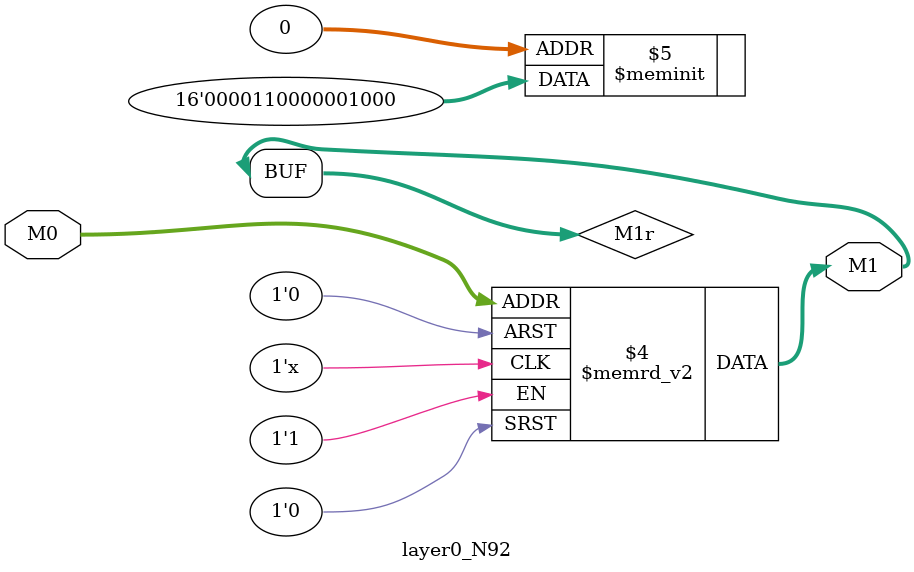
<source format=v>
module layer0_N92 ( input [2:0] M0, output [1:0] M1 );

	(*rom_style = "distributed" *) reg [1:0] M1r;
	assign M1 = M1r;
	always @ (M0) begin
		case (M0)
			3'b000: M1r = 2'b00;
			3'b100: M1r = 2'b00;
			3'b010: M1r = 2'b00;
			3'b110: M1r = 2'b00;
			3'b001: M1r = 2'b10;
			3'b101: M1r = 2'b11;
			3'b011: M1r = 2'b00;
			3'b111: M1r = 2'b00;

		endcase
	end
endmodule

</source>
